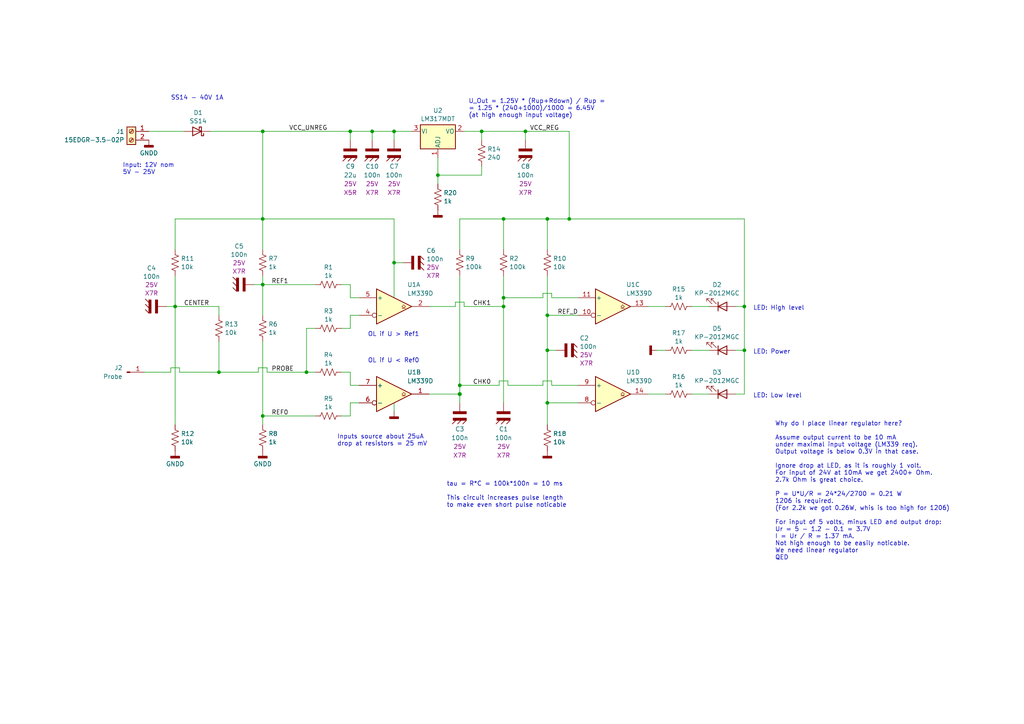
<source format=kicad_sch>
(kicad_sch (version 20230121) (generator eeschema)
  (paper "A4")
  (lib_symbols
    (symbol "Connector:Conn_01x01_Pin" (pin_names (offset 1.016) hide)
      (property "Reference" "J" (at 0 2.54 0))
      (property "Value" "Conn_01x01_Pin" (at 0 -2.54 0))
      (symbol "Conn_01x01_Pin_1_1"
        (polyline (pts (xy 1.27 0) (xy 0.8636 0)) (stroke (width 0.1524)))
        (rectangle (start 0.8636 0.127) (end 0 -0.127) (stroke (width 0.1524)) (fill (type outline)))
        (pin passive line (at 5.08 0 180) (length 3.81) (name "Pin_1") (number "1"))
      )
    )
    (symbol "Connector:Screw_Terminal_01x02" (pin_names (offset 1.016) hide)
      (property "Reference" "J" (at 0 2.54 0))
      (property "Value" "Screw_Terminal_01x02" (at 0 -5.08 0))
      (symbol "Screw_Terminal_01x02_1_1"
        (rectangle (start -1.27 1.27) (end 1.27 -3.81) (stroke (width 0.254)) (fill (type background)))
        (circle (center 0 -2.54) (radius 0.635) (stroke (width 0.1524)))
        (polyline (pts (xy -0.5334 -2.2098) (xy 0.3302 -3.048)) (stroke (width 0.1524)))
        (polyline (pts (xy -0.5334 0.3302) (xy 0.3302 -0.508)) (stroke (width 0.1524)))
        (polyline (pts (xy -0.3556 -2.032) (xy 0.508 -2.8702)) (stroke (width 0.1524)))
        (polyline (pts (xy -0.3556 0.508) (xy 0.508 -0.3302)) (stroke (width 0.1524)))
        (circle (center 0 0) (radius 0.635) (stroke (width 0.1524)))
        (pin passive line (at -5.08 0 0) (length 3.81) (name "Pin_1") (number "1"))
        (pin passive line (at -5.08 -2.54 0) (length 3.81) (name "Pin_2") (number "2"))
      )
    )
    (symbol "Device:D_Schottky" (pin_numbers hide) (pin_names (offset 1.016) hide)
      (property "Reference" "D" (at 0 2.54 0))
      (property "Value" "D_Schottky" (at 0 -2.54 0))
      (symbol "D_Schottky_0_1"
        (polyline (pts (xy 1.27 0) (xy -1.27 0)))
        (polyline (pts (xy 1.27 1.27) (xy 1.27 -1.27) (xy -1.27 0) (xy 1.27 1.27)) (stroke (width 0.254)))
        (polyline (pts (xy -1.905 0.635) (xy -1.905 1.27) (xy -1.27 1.27) (xy -1.27 -1.27) (xy -0.635 -1.27) (xy -0.635 -0.635)) (stroke (width 0.254)))
      )
      (symbol "D_Schottky_1_1"
        (pin passive line (at -3.81 0 0) (length 2.54) (name "K") (number "1"))
        (pin passive line (at 3.81 0 180) (length 2.54) (name "A") (number "2"))
      )
    )
    (symbol "Device:LED" (pin_numbers hide) (pin_names (offset 1.016) hide)
      (property "Reference" "D" (at 0 2.54 0))
      (property "Value" "LED" (at 0 -2.54 0))
      (symbol "LED_0_1"
        (polyline (pts (xy -1.27 -1.27) (xy -1.27 1.27)) (stroke (width 0.254)))
        (polyline (pts (xy -1.27 0) (xy 1.27 0)))
        (polyline (pts (xy 1.27 -1.27) (xy 1.27 1.27) (xy -1.27 0) (xy 1.27 -1.27)) (stroke (width 0.254)))
        (polyline (pts (xy -3.048 -0.762) (xy -4.572 -2.286) (xy -3.81 -2.286) (xy -4.572 -2.286) (xy -4.572 -1.524)))
        (polyline (pts (xy -1.778 -0.762) (xy -3.302 -2.286) (xy -2.54 -2.286) (xy -3.302 -2.286) (xy -3.302 -1.524)))
      )
      (symbol "LED_1_1"
        (pin passive line (at -3.81 0 0) (length 2.54) (name "K") (number "1"))
        (pin passive line (at 3.81 0 180) (length 2.54) (name "A") (number "2"))
      )
    )
    (symbol "power:GNDD" (power) (pin_names (offset 0))
      (property "Value" "GNDD" (at 0 -3.175 0))
      (symbol "GNDD_0_1"
        (rectangle (start -1.27 -1.524) (end 1.27 -2.032) (stroke (width 0.254)) (fill (type outline)))
        (polyline (pts (xy 0 0) (xy 0 -1.524)))
      )
      (symbol "GNDD_1_1"
        (pin power_in line (at 0 0 270) (length 0) hide (name "GNDD") (number "1"))
      )
    )
    (symbol "symbol:C_GND" (pin_numbers hide) (pin_names (offset 0.254))
      (property "Reference" "C" (at 3.81 1.27 0))
      (property "Value" "C_GND" (at 3.81 -1.27 0))
      (symbol "C_GND_0_1"
        (rectangle (start -1.905 -0.635) (end 1.905 -1.27) (stroke (width 0.2032)) (fill (type outline)))
        (polyline (pts (xy -1.143 -1.27) (xy -2.159 -2.286)) (stroke (width 0.2032)))
        (polyline (pts (xy 0.381 -1.27) (xy -0.635 -2.286)) (stroke (width 0.2032)))
        (polyline (pts (xy 1.905 -1.27) (xy 0.889 -2.286)) (stroke (width 0.2032)))
      )
      (symbol "C_GND_1_1"
        (rectangle (start -1.905 1.27) (end 1.905 0.635) (stroke (width 0.2032)) (fill (type outline)))
        (pin passive line (at 0 3.81 270) (length 2.54) (name "~") (number "1"))
        (pin power_in line (at 0 -1.27 90) (length 0) hide (name "GNDD") (number "2"))
      )
    )
    (symbol "symbol:LM317D2P" (pin_names (offset 0.254))
      (property "Reference" "U" (at -3.81 3.175 0))
      (property "Value" "LM317D2P" (at 0 3.175 0))
      (symbol "LM317D2P_0_1"
        (rectangle (start -5.08 1.905) (end 5.08 -5.08) (stroke (width 0.254)) (fill (type background)))
      )
      (symbol "LM317D2P_1_1"
        (pin input line (at 0 -7.62 90) (length 2.54) (name "ADJ") (number "1"))
        (pin power_out line (at 7.62 0 180) (length 2.54) (name "VO") (number "2"))
        (pin power_in line (at -7.62 0 0) (length 2.54) (name "VI") (number "3"))
      )
    )
    (symbol "symbol:LM339" (pin_names (offset 0.127))
      (property "Reference" "U" (at 0 5.08 0))
      (property "Value" "LM339" (at 0 -5.08 0))
      (symbol "LM339_0_1"
        (pin power_in line (at 0 -2.54 90) (length 1.27) hide (name "V-") (number "12"))
        (pin power_in line (at 0 2.54 270) (length 1.27) hide (name "V+") (number "3"))
      )
      (symbol "LM339_1_1"
        (polyline (pts (xy -5.08 5.08) (xy 5.08 0) (xy -5.08 -5.08) (xy -5.08 5.08)) (stroke (width 0.254)) (fill (type background)))
        (polyline (pts (xy 3.302 -0.508) (xy 2.794 -0.508) (xy 3.302 0) (xy 2.794 0.508) (xy 2.286 0) (xy 2.794 -0.508) (xy 2.286 -0.508)) (stroke (width 0.127)))
        (pin open_collector line (at 10.16 0 180) (length 5.08) (name "~") (number "2"))
        (pin input inverted (at -10.16 -2.54 0) (length 5.08) (name "-") (number "4"))
        (pin input line (at -10.16 2.54 0) (length 5.08) (name "+") (number "5"))
      )
      (symbol "LM339_2_1"
        (polyline (pts (xy -5.08 5.08) (xy 5.08 0) (xy -5.08 -5.08) (xy -5.08 5.08)) (stroke (width 0.254)) (fill (type background)))
        (polyline (pts (xy 3.302 -0.508) (xy 2.794 -0.508) (xy 3.302 0) (xy 2.794 0.508) (xy 2.286 0) (xy 2.794 -0.508) (xy 2.286 -0.508)) (stroke (width 0.127)))
        (pin open_collector line (at 10.16 0 180) (length 5.08) (name "~") (number "1"))
        (pin input inverted (at -10.16 -2.54 0) (length 5.08) (name "-") (number "6"))
        (pin input line (at -10.16 2.54 0) (length 5.08) (name "+") (number "7"))
      )
      (symbol "LM339_3_1"
        (polyline (pts (xy -5.08 5.08) (xy 5.08 0) (xy -5.08 -5.08) (xy -5.08 5.08)) (stroke (width 0.254)) (fill (type background)))
        (polyline (pts (xy 3.302 -0.508) (xy 2.794 -0.508) (xy 3.302 0) (xy 2.794 0.508) (xy 2.286 0) (xy 2.794 -0.508) (xy 2.286 -0.508)) (stroke (width 0.127)))
        (pin input inverted (at -10.16 -2.54 0) (length 5.08) (name "-") (number "10"))
        (pin input line (at -10.16 2.54 0) (length 5.08) (name "+") (number "11"))
        (pin open_collector line (at 10.16 0 180) (length 5.08) (name "~") (number "13"))
      )
      (symbol "LM339_4_1"
        (polyline (pts (xy -5.08 5.08) (xy 5.08 0) (xy -5.08 -5.08) (xy -5.08 5.08)) (stroke (width 0.254)) (fill (type background)))
        (polyline (pts (xy 3.302 -0.508) (xy 2.794 -0.508) (xy 3.302 0) (xy 2.794 0.508) (xy 2.286 0) (xy 2.794 -0.508) (xy 2.286 -0.508)) (stroke (width 0.127)))
        (pin open_collector line (at 10.16 0 180) (length 5.08) (name "~") (number "14"))
        (pin input inverted (at -10.16 -2.54 0) (length 5.08) (name "-") (number "8"))
        (pin input line (at -10.16 2.54 0) (length 5.08) (name "+") (number "9"))
      )
    )
    (symbol "symbol:R" (pin_numbers hide) (pin_names (offset 0) hide)
      (property "Reference" "R" (at 2.54 0 90))
      (property "Value" "R" (at -2.54 0 90))
      (symbol "R_0_1"
        (polyline (pts (xy 0 -2.286) (xy 0 -2.54)))
        (polyline (pts (xy 0 2.286) (xy 0 2.54)))
        (polyline (pts (xy 0 -0.762) (xy 1.016 -1.143) (xy 0 -1.524) (xy -1.016 -1.905) (xy 0 -2.286)))
        (polyline (pts (xy 0 0.762) (xy 1.016 0.381) (xy 0 0) (xy -1.016 -0.381) (xy 0 -0.762)))
        (polyline (pts (xy 0 2.286) (xy 1.016 1.905) (xy 0 1.524) (xy -1.016 1.143) (xy 0 0.762)))
      )
      (symbol "R_1_1"
        (pin passive line (at 0 3.81 270) (length 1.27) (name "~") (number "1"))
        (pin passive line (at 0 -3.81 90) (length 1.27) (name "~") (number "2"))
      )
    )
  )
  (junction (at 215.9 88.9))
  (junction (at 215.9 101.6))
  (junction (at 133.35 114.3) (diameter 1))
  (junction (at 88.9 107.95))
  (junction (at 63.5 107.95))
  (junction (at 158.75 91.44))
  (junction (at 107.95 38.1))
  (junction (at 165.1 63.5))
  (junction (at 127 50.8))
  (junction (at 158.75 101.6))
  (junction (at 76.2 120.65))
  (junction (at 114.3 38.1))
  (junction (at 76.2 82.55))
  (junction (at 133.35 111.76))
  (junction (at 146.05 86.36))
  (junction (at 50.8 88.9))
  (junction (at 158.75 63.5))
  (junction (at 158.75 116.84))
  (junction (at 146.05 88.9))
  (junction (at 146.05 63.5))
  (junction (at 152.4 38.1))
  (junction (at 101.6 38.1))
  (junction (at 76.2 38.1))
  (junction (at 76.2 63.5))
  (junction (at 139.7 38.1))
  (junction (at 114.3 76.2))
  (wire (pts (xy 114.3 38.1) (xy 114.3 40.64)))
  (wire (pts (xy 99.06 95.25) (xy 101.6 95.25)))
  (wire (pts (xy 50.8 72.39) (xy 50.8 63.5)))
  (wire (pts (xy 133.35 63.5) (xy 133.35 72.39)))
  (wire (pts (xy 134.62 38.1) (xy 139.7 38.1)))
  (wire (pts (xy 160.02 110.49) (xy 160.02 111.76)))
  (wire (pts (xy 158.75 116.84) (xy 158.75 123.19)))
  (wire (pts (xy 132.08 87.63) (xy 134.62 87.63)))
  (wire (pts (xy 101.6 111.76) (xy 104.14 111.76)))
  (wire (pts (xy 101.6 107.95) (xy 101.6 111.76)))
  (wire (pts (xy 48.26 88.9) (xy 50.8 88.9)))
  (wire (pts (xy 147.32 110.49) (xy 147.32 111.76)))
  (wire (pts (xy 146.05 63.5) (xy 146.05 72.39)))
  (wire (pts (xy 165.1 38.1) (xy 165.1 63.5)))
  (wire (pts (xy 132.08 88.9) (xy 132.08 87.63)))
  (wire (pts (xy 50.8 80.01) (xy 50.8 88.9)))
  (wire (pts (xy 133.35 114.3) (xy 133.35 116.84)))
  (wire (pts (xy 114.3 63.5) (xy 114.3 76.2)))
  (wire (pts (xy 76.2 63.5) (xy 76.2 38.1)))
  (wire (pts (xy 76.2 82.55) (xy 76.2 91.44)))
  (wire (pts (xy 158.75 101.6) (xy 158.75 116.84)))
  (wire (pts (xy 50.8 88.9) (xy 50.8 123.19)))
  (wire (pts (xy 157.48 86.36) (xy 157.48 85.09)))
  (wire (pts (xy 190.5 101.6) (xy 193.04 101.6)))
  (wire (pts (xy 139.7 38.1) (xy 152.4 38.1)))
  (wire (pts (xy 63.5 88.9) (xy 50.8 88.9)))
  (wire (pts (xy 52.07 107.95) (xy 63.5 107.95)))
  (wire (pts (xy 63.5 99.06) (xy 63.5 107.95)))
  (wire (pts (xy 63.5 91.44) (xy 63.5 88.9)))
  (wire (pts (xy 139.7 50.8) (xy 139.7 48.26)))
  (wire (pts (xy 127 53.34) (xy 127 50.8)))
  (wire (pts (xy 76.2 80.01) (xy 76.2 82.55)))
  (wire (pts (xy 144.78 111.76) (xy 144.78 110.49)))
  (wire (pts (xy 146.05 63.5) (xy 158.75 63.5)))
  (wire (pts (xy 63.5 107.95) (xy 74.93 107.95)))
  (wire (pts (xy 187.96 114.3) (xy 193.04 114.3)))
  (wire (pts (xy 160.02 85.09) (xy 160.02 86.36)))
  (wire (pts (xy 157.48 110.49) (xy 160.02 110.49)))
  (wire (pts (xy 133.35 63.5) (xy 146.05 63.5)))
  (wire (pts (xy 158.75 80.01) (xy 158.75 91.44)))
  (wire (pts (xy 43.18 38.1) (xy 53.34 38.1)))
  (wire (pts (xy 49.53 107.95) (xy 49.53 106.68)))
  (wire (pts (xy 213.36 101.6) (xy 215.9 101.6)))
  (wire (pts (xy 215.9 63.5) (xy 215.9 88.9)))
  (wire (pts (xy 99.06 107.95) (xy 101.6 107.95)))
  (wire (pts (xy 60.96 38.1) (xy 76.2 38.1)))
  (wire (pts (xy 76.2 99.06) (xy 76.2 120.65)))
  (wire (pts (xy 76.2 63.5) (xy 114.3 63.5)))
  (wire (pts (xy 74.93 106.68) (xy 77.47 106.68)))
  (wire (pts (xy 114.3 116.84) (xy 114.3 119.38)))
  (wire (pts (xy 107.95 38.1) (xy 107.95 40.64)))
  (wire (pts (xy 114.3 76.2) (xy 114.3 86.36)))
  (wire (pts (xy 158.75 91.44) (xy 167.64 91.44)))
  (wire (pts (xy 76.2 38.1) (xy 101.6 38.1)))
  (wire (pts (xy 157.48 111.76) (xy 157.48 110.49)))
  (wire (pts (xy 133.35 80.01) (xy 133.35 111.76)))
  (wire (pts (xy 158.75 63.5) (xy 158.75 72.39)))
  (wire (pts (xy 41.91 107.95) (xy 49.53 107.95)))
  (wire (pts (xy 114.3 76.2) (xy 116.84 76.2)))
  (wire (pts (xy 157.48 85.09) (xy 160.02 85.09)))
  (wire (pts (xy 76.2 120.65) (xy 76.2 123.19)))
  (wire (pts (xy 73.66 82.55) (xy 76.2 82.55)))
  (wire (pts (xy 152.4 38.1) (xy 152.4 40.64)))
  (wire (pts (xy 52.07 106.68) (xy 52.07 107.95)))
  (wire (pts (xy 187.96 88.9) (xy 193.04 88.9)))
  (wire (pts (xy 146.05 86.36) (xy 157.48 86.36)))
  (wire (pts (xy 107.95 38.1) (xy 114.3 38.1)))
  (wire (pts (xy 74.93 107.95) (xy 74.93 106.68)))
  (wire (pts (xy 146.05 88.9) (xy 146.05 116.84)))
  (wire (pts (xy 146.05 86.36) (xy 146.05 88.9)))
  (wire (pts (xy 213.36 88.9) (xy 215.9 88.9)))
  (wire (pts (xy 101.6 91.44) (xy 104.14 91.44)))
  (wire (pts (xy 152.4 38.1) (xy 165.1 38.1)))
  (wire (pts (xy 101.6 86.36) (xy 104.14 86.36)))
  (wire (pts (xy 147.32 111.76) (xy 157.48 111.76)))
  (wire (pts (xy 91.44 95.25) (xy 88.9 95.25)))
  (wire (pts (xy 146.05 80.01) (xy 146.05 86.36)))
  (wire (pts (xy 158.75 91.44) (xy 158.75 101.6)))
  (wire (pts (xy 213.36 114.3) (xy 215.9 114.3)))
  (wire (pts (xy 124.46 114.3) (xy 133.35 114.3)))
  (wire (pts (xy 101.6 82.55) (xy 101.6 86.36)))
  (wire (pts (xy 101.6 95.25) (xy 101.6 91.44)))
  (wire (pts (xy 101.6 120.65) (xy 101.6 116.84)))
  (wire (pts (xy 139.7 38.1) (xy 139.7 40.64)))
  (wire (pts (xy 134.62 88.9) (xy 146.05 88.9)))
  (wire (pts (xy 124.46 88.9) (xy 132.08 88.9)))
  (wire (pts (xy 158.75 101.6) (xy 161.29 101.6)))
  (wire (pts (xy 101.6 38.1) (xy 107.95 38.1)))
  (wire (pts (xy 101.6 38.1) (xy 101.6 40.64)))
  (wire (pts (xy 215.9 88.9) (xy 215.9 101.6)))
  (wire (pts (xy 77.47 107.95) (xy 88.9 107.95)))
  (wire (pts (xy 114.3 38.1) (xy 119.38 38.1)))
  (wire (pts (xy 133.35 111.76) (xy 144.78 111.76)))
  (wire (pts (xy 167.64 86.36) (xy 160.02 86.36)))
  (wire (pts (xy 88.9 107.95) (xy 91.44 107.95)))
  (wire (pts (xy 158.75 116.84) (xy 167.64 116.84)))
  (wire (pts (xy 167.64 111.76) (xy 160.02 111.76)))
  (wire (pts (xy 76.2 63.5) (xy 76.2 72.39)))
  (wire (pts (xy 77.47 106.68) (xy 77.47 107.95)))
  (wire (pts (xy 76.2 82.55) (xy 91.44 82.55)))
  (wire (pts (xy 200.66 88.9) (xy 205.74 88.9)))
  (wire (pts (xy 50.8 63.5) (xy 76.2 63.5)))
  (wire (pts (xy 88.9 95.25) (xy 88.9 107.95)))
  (wire (pts (xy 200.66 114.3) (xy 205.74 114.3)))
  (wire (pts (xy 76.2 120.65) (xy 91.44 120.65)))
  (wire (pts (xy 134.62 87.63) (xy 134.62 88.9)))
  (wire (pts (xy 200.66 101.6) (xy 205.74 101.6)))
  (wire (pts (xy 215.9 101.6) (xy 215.9 114.3)))
  (wire (pts (xy 99.06 120.65) (xy 101.6 120.65)))
  (wire (pts (xy 99.06 82.55) (xy 101.6 82.55)))
  (wire (pts (xy 133.35 111.76) (xy 133.35 114.3)))
  (wire (pts (xy 158.75 63.5) (xy 165.1 63.5)))
  (wire (pts (xy 101.6 116.84) (xy 104.14 116.84)))
  (wire (pts (xy 127 50.8) (xy 139.7 50.8)))
  (wire (pts (xy 127 45.72) (xy 127 50.8)))
  (wire (pts (xy 165.1 63.5) (xy 215.9 63.5)))
  (wire (pts (xy 49.53 106.68) (xy 52.07 106.68)))
  (wire (pts (xy 144.78 110.49) (xy 147.32 110.49)))
  (text "Input: 12V nom\n5V - 25V" (at 35.56 50.8 0) (effects (font (size 1.27 1.27)) (justify left bottom)))
  (text "SS14 - 40V 1A" (at 49.53 29.21 0) (effects (font (size 1.27 1.27)) (justify left bottom)))
  (text "OL if U > Ref1" (at 106.68 97.79 0) (effects (font (size 1.27 1.27)) (justify left bottom)))
  (text "LED: Power" (at 218.44 102.87 0) (effects (font (size 1.27 1.27)) (justify left bottom)))
  (text "Inputs source about 25uA\ndrop at resistors = 25 mV\n" (at 97.79 129.54 0) (effects (font (size 1.27 1.27)) (justify left bottom)))
  (text "U_Out = 1.25V * (Rup+Rdown) / Rup =\n= 1.25 * (240+1000)/1000 = 6.45V \n(at high enough input voltage)" (at 135.89 34.29 0) (effects (font (size 1.27 1.27)) (justify left bottom)))
  (text "OL if U < Ref0" (at 106.68 105.41 0) (effects (font (size 1.27 1.27)) (justify left bottom)))
  (text "Why do I place linear regulator here?\n\nAssume output current to be 10 mA\nunder maximal input voltage (LM339 req).\nOutput voltage is below 0.3V in that case.\n\nIgnore drop at LED, as it is roughly 1 volt.\nFor input of 24V at 10mA we get 2400+ Ohm.\n2.7k Ohm is great choice.\n\nP = U*U/R = 24*24/2700 = 0.21 W\n1206 is required. \n(For 2.2k we got 0.26W, whis is too high for 1206)\n\nFor input of 5 volts, minus LED and output drop:\nUr = 5 - 1.2 - 0.1 = 3.7V\nI = Ur / R = 1.37 mA.\nNot high enough to be easily noticable.\nWe need linear regulator\nQED" (at 224.79 162.56 0) (effects (font (size 1.27 1.27)) (justify left bottom)))
  (text "tau = R*C = 100k*100n = 10 ms\n\nThis circuit increases pulse length\nto make even short pulse noticable" (at 129.54 147.32 0) (effects (font (size 1.27 1.27)) (justify left bottom)))
  (text "LED: High level" (at 218.44 90.17 0) (effects (font (size 1.27 1.27)) (justify left bottom)))
  (text "LED: Low level" (at 218.44 115.57 0) (effects (font (size 1.27 1.27)) (justify left bottom)))
  (label "CHK1" (at 137.16 88.9 0))
  (label "REF1" (at 78.74 82.55 0))
  (label "PROBE" (at 78.74 107.95 0))
  (label "VCC_REG" (at 153.67 38.1 0))
  (label "REF_D" (at 167.64 91.44 180))
  (label "CENTER" (at 53.34 88.9 0))
  (label "VCC_UNREG" (at 83.82 38.1 0))
  (label "REF0" (at 78.74 120.65 0))
  (label "CHK0" (at 137.16 111.76 0))
  (symbol (lib_id "symbol:R") (at 196.85 101.6 90) (unit 1)
    (property "Reference" "R17" (at 196.85 96.5667 90))
    (property "Value" "1k" (at 196.85 98.9909 90))
    (property "Footprint" "NevaDA:R_0603" (effects hide))
  )
  (symbol (lib_id "symbol:LM339") (at 114.3 114.3 0) (unit 2)
    (property "Reference" "U1" (at 118.11 107.95 0) (effects (justify left)))
    (property "Value" "LM339D" (at 118.11 110.49 0) (effects (justify left)))
    (property "Footprint" "NevaDA:SOIC-14" (effects hide))
  )
  (symbol (lib_id "symbol:R") (at 50.8 127 0) (unit 1)
    (property "Reference" "R12" (at 52.451 125.7879 0) (effects (justify left)))
    (property "Value" "10k" (at 52.451 128.2121 0) (effects (justify left)))
    (property "Footprint" "NevaDA:R_0603" (effects hide))
  )
  (symbol (lib_id "symbol:C_GND") (at 114.3 44.45 0) (unit 1)
    (property "Reference" "C7" (at 114.3 48.26 0))
    (property "Value" "100n" (at 114.3 50.8 0))
    (property "Footprint" "NevaDA:C_0402" (effects hide))
    (property "Voltage" "25V" (at 114.3 53.34 0))
    (property "Ceramic" "X7R" (at 114.3 55.88 0))
  )
  (symbol (lib_id "symbol:R") (at 139.7 44.45 0) (unit 1)
    (property "Reference" "R14" (at 141.351 43.2379 0) (effects (justify left)))
    (property "Value" "240" (at 141.351 45.6621 0) (effects (justify left)))
    (property "Footprint" "NevaDA:R_0603" (effects hide))
  )
  (symbol (lib_id "symbol:C_GND") (at 120.65 76.2 90) (unit 1)
    (property "Reference" "C6" (at 123.6726 72.6907 90) (effects (justify right)))
    (property "Value" "100n" (at 123.6726 75.1149 90) (effects (justify right)))
    (property "Footprint" "NevaDA:C_0402" (effects hide))
    (property "Voltage" "25V" (at 123.6726 77.5391 90) (effects (justify right)))
    (property "Ceramic" "X7R" (at 123.6726 79.9633 90) (effects (justify right)))
  )
  (symbol (lib_id "Device:LED") (at 209.55 101.6 0) (mirror x) (unit 1)
    (property "Reference" "D5" (at 207.9625 95.2967 0))
    (property "Value" "KP-2012MGC" (at 207.9625 97.7209 0))
    (property "Footprint" "NevaDA:LED_KP-2012G" (effects hide))
  )
  (symbol (lib_id "Connector:Conn_01x01_Pin") (at 36.83 107.95 0) (unit 1)
    (property "Reference" "J2" (at 35.56 106.68 0) (effects (justify right)))
    (property "Value" "Probe" (at 35.56 109.22 0) (effects (justify right)))
  )
  (symbol (lib_id "symbol:C_GND") (at 146.05 120.65 0) (unit 1)
    (property "Reference" "C1" (at 146.05 124.46 0))
    (property "Value" "100n" (at 146.05 127 0))
    (property "Footprint" "NevaDA:C_0402" (effects hide))
    (property "Voltage" "25V" (at 146.05 129.54 0))
    (property "Ceramic" "X7R" (at 146.05 132.08 0))
  )
  (symbol (lib_id "symbol:R") (at 95.25 120.65 90) (unit 1)
    (property "Reference" "R5" (at 95.25 115.6167 90))
    (property "Value" "1k" (at 95.25 118.0409 90))
    (property "Footprint" "NevaDA:R_0603" (effects hide))
  )
  (symbol (lib_id "symbol:C_GND") (at 44.45 88.9 270) (unit 1)
    (property "Reference" "C4" (at 43.942 77.7737 90))
    (property "Value" "100n" (at 43.942 80.1979 90))
    (property "Footprint" "NevaDA:C_0402" (effects hide))
    (property "Voltage" "25V" (at 43.942 82.6221 90))
    (property "Ceramic" "X7R" (at 43.942 85.0463 90))
  )
  (symbol (lib_id "Device:LED") (at 209.55 88.9 0) (mirror x) (unit 1)
    (property "Reference" "D2" (at 207.9625 82.5967 0))
    (property "Value" "KP-2012MGC" (at 207.9625 85.0209 0))
    (property "Footprint" "NevaDA:LED_KP-2012G" (effects hide))
  )
  (symbol (lib_id "symbol:C_GND") (at 133.35 120.65 0) (unit 1)
    (property "Reference" "C3" (at 133.35 124.46 0))
    (property "Value" "100n" (at 133.35 127 0))
    (property "Footprint" "NevaDA:C_0402" (effects hide))
    (property "Voltage" "25V" (at 133.35 129.54 0))
    (property "Ceramic" "X7R" (at 133.35 132.08 0))
  )
  (symbol (lib_id "Device:LED") (at 209.55 114.3 0) (mirror x) (unit 1)
    (property "Reference" "D3" (at 207.9625 107.9967 0))
    (property "Value" "KP-2012MGC" (at 207.9625 110.4209 0))
    (property "Footprint" "NevaDA:LED_KP-2012G" (effects hide))
  )
  (symbol (lib_id "symbol:LM339") (at 177.8 114.3 0) (unit 4)
    (property "Reference" "U1" (at 181.61 107.95 0) (effects (justify left)))
    (property "Value" "LM339D" (at 181.61 110.49 0) (effects (justify left)))
    (property "Footprint" "NevaDA:SOIC-14" (effects hide))
  )
  (symbol (lib_id "power:GNDD") (at 114.3 119.38 0) (unit 1)
    (property "Reference" "#PWR02" (effects hide))
    (property "Value" "GNDD" (effects hide))
  )
  (symbol (lib_id "symbol:R") (at 95.25 95.25 90) (unit 1)
    (property "Reference" "R3" (at 95.25 90.2167 90))
    (property "Value" "1k" (at 95.25 92.6409 90))
    (property "Footprint" "NevaDA:R_0603" (effects hide))
  )
  (symbol (lib_id "power:GNDD") (at 127 60.96 0) (unit 1)
    (property "Reference" "#PWR04" (effects hide))
    (property "Value" "GNDD" (effects hide))
  )
  (symbol (lib_id "symbol:R") (at 76.2 127 0) (unit 1)
    (property "Reference" "R8" (at 77.851 125.7879 0) (effects (justify left)))
    (property "Value" "1k" (at 77.851 128.2121 0) (effects (justify left)))
    (property "Footprint" "NevaDA:R_0603" (effects hide))
  )
  (symbol (lib_id "power:GNDD") (at 76.2 130.81 0) (unit 1)
    (property "Reference" "#PWR01" (effects hide))
    (property "Value" "GNDD" (at 76.2 134.5621 0))
  )
  (symbol (lib_id "symbol:R") (at 50.8 76.2 0) (unit 1)
    (property "Reference" "R11" (at 52.451 74.9879 0) (effects (justify left)))
    (property "Value" "10k" (at 52.451 77.4121 0) (effects (justify left)))
    (property "Footprint" "NevaDA:R_0603" (effects hide))
  )
  (symbol (lib_id "symbol:R") (at 196.85 114.3 90) (unit 1)
    (property "Reference" "R16" (at 196.85 109.2667 90))
    (property "Value" "1k" (at 196.85 111.6909 90))
    (property "Footprint" "NevaDA:R_0603" (effects hide))
  )
  (symbol (lib_id "symbol:R") (at 146.05 76.2 0) (unit 1)
    (property "Reference" "R2" (at 147.701 74.9879 0) (effects (justify left)))
    (property "Value" "100k" (at 147.701 77.4121 0) (effects (justify left)))
    (property "Footprint" "NevaDA:R_0603" (effects hide))
  )
  (symbol (lib_id "symbol:R") (at 95.25 82.55 90) (unit 1)
    (property "Reference" "R1" (at 95.25 77.5167 90))
    (property "Value" "1k" (at 95.25 79.9409 90))
    (property "Footprint" "NevaDA:R_0603" (effects hide))
  )
  (symbol (lib_id "symbol:C_GND") (at 152.4 44.45 0) (unit 1)
    (property "Reference" "C8" (at 152.4 48.26 0))
    (property "Value" "100n" (at 152.4 50.8 0))
    (property "Footprint" "NevaDA:C_0402" (effects hide))
    (property "Voltage" "25V" (at 152.4 53.34 0))
    (property "Ceramic" "X7R" (at 152.4 55.88 0))
  )
  (symbol (lib_id "symbol:C_GND") (at 165.1 101.6 90) (unit 1)
    (property "Reference" "C2" (at 168.1226 98.0907 90) (effects (justify right)))
    (property "Value" "100n" (at 168.1226 100.5149 90) (effects (justify right)))
    (property "Footprint" "NevaDA:C_0402" (effects hide))
    (property "Voltage" "25V" (at 168.1226 102.9391 90) (effects (justify right)))
    (property "Ceramic" "X7R" (at 168.1226 105.3633 90) (effects (justify right)))
  )
  (symbol (lib_id "symbol:R") (at 158.75 76.2 0) (unit 1)
    (property "Reference" "R10" (at 160.401 74.9879 0) (effects (justify left)))
    (property "Value" "10k" (at 160.401 77.4121 0) (effects (justify left)))
    (property "Footprint" "NevaDA:R_0603" (effects hide))
  )
  (symbol (lib_id "power:GNDD") (at 50.8 130.81 0) (unit 1)
    (property "Reference" "#PWR03" (effects hide))
    (property "Value" "GNDD" (at 50.8 134.5621 0))
  )
  (symbol (lib_id "symbol:C_GND") (at 69.85 82.55 270) (unit 1)
    (property "Reference" "C5" (at 69.342 71.4237 90))
    (property "Value" "100n" (at 69.342 73.8479 90))
    (property "Footprint" "NevaDA:C_0402" (effects hide))
    (property "Voltage" "25V" (at 69.342 76.2721 90))
    (property "Ceramic" "X7R" (at 69.342 78.6963 90))
  )
  (symbol (lib_id "symbol:R") (at 127 57.15 0) (unit 1)
    (property "Reference" "R20" (at 128.651 55.9379 0) (effects (justify left)))
    (property "Value" "1k" (at 128.651 58.3621 0) (effects (justify left)))
    (property "Footprint" "NevaDA:R_0603" (effects hide))
  )
  (symbol (lib_id "symbol:C_GND") (at 107.95 44.45 0) (unit 1)
    (property "Reference" "C10" (at 107.95 48.26 0))
    (property "Value" "100n" (at 107.95 50.8 0))
    (property "Footprint" "NevaDA:C_0402" (effects hide))
    (property "Voltage" "25V" (at 107.95 53.34 0))
    (property "Ceramic" "X7R" (at 107.95 55.88 0))
  )
  (symbol (lib_id "symbol:R") (at 133.35 76.2 0) (unit 1)
    (property "Reference" "R9" (at 135.001 74.9879 0) (effects (justify left)))
    (property "Value" "100k" (at 135.001 77.4121 0) (effects (justify left)))
    (property "Footprint" "NevaDA:R_0603" (effects hide))
  )
  (symbol (lib_id "symbol:LM339") (at 177.8 88.9 0) (unit 3)
    (property "Reference" "U1" (at 181.61 82.55 0) (effects (justify left)))
    (property "Value" "LM339D" (at 181.61 85.09 0) (effects (justify left)))
    (property "Footprint" "NevaDA:SOIC-14" (effects hide))
  )
  (symbol (lib_id "symbol:R") (at 95.25 107.95 90) (unit 1)
    (property "Reference" "R4" (at 95.25 102.9167 90))
    (property "Value" "1k" (at 95.25 105.3409 90))
    (property "Footprint" "NevaDA:R_0603" (effects hide))
  )
  (symbol (lib_id "symbol:C_GND") (at 101.6 44.45 0) (unit 1)
    (property "Reference" "C9" (at 101.6 48.26 0))
    (property "Value" "22u" (at 101.6 50.8 0))
    (property "Footprint" "NevaDA:C_1206" (effects hide))
    (property "Voltage" "25V" (at 101.6 53.34 0))
    (property "Ceramic" "X5R" (at 101.6 55.88 0))
  )
  (symbol (lib_id "symbol:R") (at 158.75 127 0) (unit 1)
    (property "Reference" "R18" (at 160.401 125.7879 0) (effects (justify left)))
    (property "Value" "10k" (at 160.401 128.2121 0) (effects (justify left)))
    (property "Footprint" "NevaDA:R_0603" (effects hide))
  )
  (symbol (lib_id "symbol:R") (at 76.2 95.25 0) (unit 1)
    (property "Reference" "R6" (at 77.851 94.0379 0) (effects (justify left)))
    (property "Value" "1k" (at 77.851 96.4621 0) (effects (justify left)))
    (property "Footprint" "NevaDA:R_0603" (effects hide))
  )
  (symbol (lib_id "Device:D_Schottky") (at 57.15 38.1 180) (unit 1)
    (property "Reference" "D1" (at 57.4675 32.6857 0))
    (property "Value" "SS14" (at 57.4675 35.1099 0))
    (property "Footprint" "NevaDA:DO-214AC_SMA" (effects hide))
  )
  (symbol (lib_id "symbol:R") (at 76.2 76.2 0) (unit 1)
    (property "Reference" "R7" (at 77.851 74.9879 0) (effects (justify left)))
    (property "Value" "1k" (at 77.851 77.4121 0) (effects (justify left)))
    (property "Footprint" "NevaDA:R_0603" (effects hide))
  )
  (symbol (lib_id "symbol:LM317D2P") (at 127 38.1 0) (unit 1)
    (property "Reference" "U2" (at 127 32.0507 0))
    (property "Value" "LM317MDT" (at 127 34.4749 0))
    (property "Footprint" "NevaDA:D-PAK" (effects hide))
  )
  (symbol (lib_id "symbol:R") (at 63.5 95.25 0) (unit 1)
    (property "Reference" "R13" (at 65.151 94.0379 0) (effects (justify left)))
    (property "Value" "10k" (at 65.151 96.4621 0) (effects (justify left)))
    (property "Footprint" "NevaDA:R_0603" (effects hide))
  )
  (symbol (lib_id "power:GNDD") (at 43.18 40.64 0) (unit 1)
    (property "Reference" "#PWR07" (effects hide))
    (property "Value" "GNDD" (at 43.18 44.3921 0))
  )
  (symbol (lib_id "power:GNDD") (at 158.75 130.81 0) (unit 1)
    (property "Reference" "#PWR06" (effects hide))
    (property "Value" "GNDD" (effects hide))
  )
  (symbol (lib_id "power:GNDD") (at 190.5 101.6 270) (unit 1)
    (property "Reference" "#PWR05" (effects hide))
    (property "Value" "GNDD" (effects hide))
  )
  (symbol (lib_id "Connector:Screw_Terminal_01x02") (at 38.1 38.1 0) (mirror y) (unit 1)
    (property "Reference" "J1" (at 36.068 38.1579 0) (effects (justify left)))
    (property "Value" "15EDGR-3.5-02P" (at 36.068 40.5821 0) (effects (justify left)))
    (property "Footprint" "NevaDA:Terminal_3.5mm_x2" (effects hide))
  )
  (symbol (lib_id "symbol:LM339") (at 114.3 88.9 0) (unit 1)
    (property "Reference" "U1" (at 118.11 82.55 0) (effects (justify left)))
    (property "Value" "LM339D" (at 118.11 85.09 0) (effects (justify left)))
    (property "Footprint" "NevaDA:SOIC-14" (effects hide))
  )
  (symbol (lib_id "symbol:R") (at 196.85 88.9 90) (unit 1)
    (property "Reference" "R15" (at 196.85 83.8667 90))
    (property "Value" "1k" (at 196.85 86.2909 90))
    (property "Footprint" "NevaDA:R_0603" (effects hide))
  )
)
</source>
